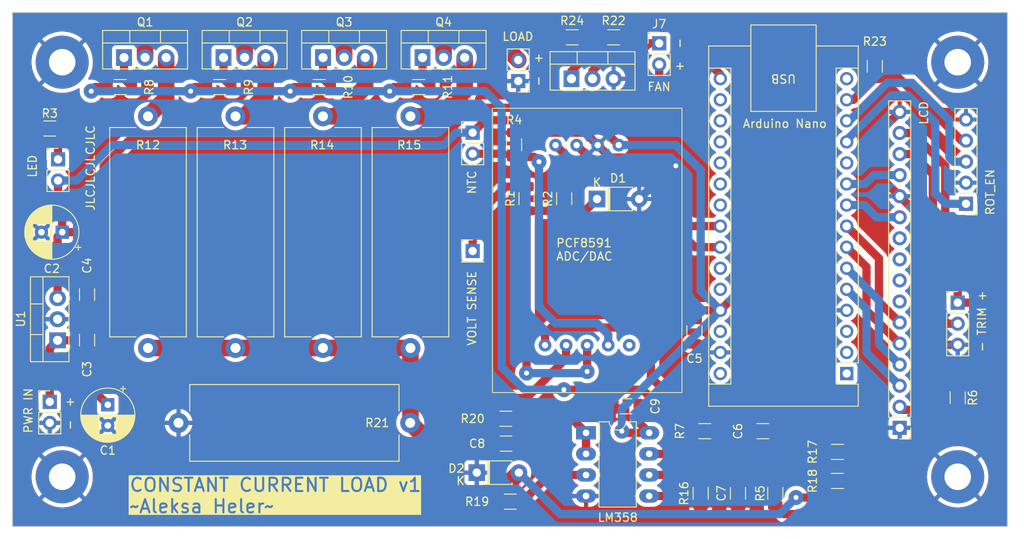
<source format=kicad_pcb>
(kicad_pcb (version 20221018) (generator pcbnew)
  (layers (0 "F.Cu" signal) (31 "B.Cu" signal) (34 "B.Paste" user) (35 "F.Paste" user) (36 "B.SilkS" user "B.Silkscreen") (37 "F.SilkS" user "F.Silkscreen") (38 "B.Mask" user) (39 "F.Mask" user) (44 "Edge.Cuts" user))
  (net 0 "")
  (net 4 "GND")
  (net 5 "Net-(A1-D2)")
  (net 6 "Net-(A1-D3)")
  (net 7 "Net-(A1-D4)")
  (net 8 "Net-(A1-D5)")
  (net 9 "Net-(A1-D6)")
  (net 10 "Net-(A1-D7)")
  (net 11 "fan_control")
  (net 12 "Net-(A1-D9)")
  (net 13 "Net-(A1-D10)")
  (net 14 "Net-(A1-MOSI)")
  (net 23 "Net-(A1-SDA{slash}A4)")
  (net 24 "Net-(A1-SCL{slash}A5)")
  (net 27 "+5V")
  (net 30 "curr_set")
  (net 31 "curr_sense")
  (net 32 "volt_sense")
  (net 33 "temp_sense")
  (net 35 "+12V")
  (net 36 "Net-(U2B-+)")
  (net 37 "Net-(D2-A)")
  (net 38 "Net-(J1-Pin_1)")
  (net 39 "Net-(J3-Pin_1)")
  (net 40 "Net-(J4-Pin_2)")
  (net 41 "Net-(J5-Pin_2)")
  (net 46 "Net-(J5-Pin_14)")
  (net 47 "Net-(J7-Pin_1)")
  (net 48 "Net-(Q1-G)")
  (net 49 "Net-(Q1-S)")
  (net 50 "Net-(Q2-G)")
  (net 51 "Net-(Q2-S)")
  (net 52 "Net-(Q3-G)")
  (net 53 "Net-(Q3-S)")
  (net 54 "Net-(Q4-G)")
  (net 55 "Net-(Q4-S)")
  (net 56 "Net-(Q5-G)")
  (net 57 "Net-(R10-Pad2)")
  (net 58 "Net-(U2B--)")
  (net 59 "Net-(U2A-+)")
  (net 60 "Net-(U2A--)")
  (net 61 "Net-(C6-Pad1)")
  (net 62 "Net-(C6-Pad2)")
  (footprint "Resistor_SMD:R_1206_3216Metric" (layer "F.Cu") (at 117.5 33)
    (fp_text reference "R24")
    (fp_text value "10k" hide)
  )
  (footprint "Connector_PinHeader_2.54mm:PinHeader_1x05_P2.54mm_Vertical" (layer "F.Cu") (at 165 53.075 180)
    (fp_text reference "J6" hide)
    (fp_text value "RotEnc_Conn" hide)
  )
  (footprint "Package_DIP:DIP-8_W7.62mm_LongPads" (layer "F.Cu") (at 119.175 80.7)
    (fp_text reference "U2" hide)
    (fp_text value "LM358" hide)
  )
  (footprint "Resistor_SMD:R_1206_3216Metric" (layer "F.Cu") (at 133.5 80.5 180)
    (fp_text reference "R7")
    (fp_text value "100R" hide)
  )
  (footprint "Capacitor_THT:CP_Radial_D6.3mm_P2.50mm" (layer "F.Cu") (at 56 56.5 180)
    (fp_text reference "C2")
    (fp_text value "100uF" hide)
  )
  (footprint "Resistor_THT:R_Axial_Power_L25.0mm_W9.0mm_P27.94mm" (layer "F.Cu") (at 87.45 42.53 -90)
    (fp_text reference "R14")
    (fp_text value "0.1R" hide)
  )
  (footprint "Resistor_SMD:R_1206_3216Metric" (layer "F.Cu") (at 149.5 83)
    (fp_text reference "R17")
    (fp_text value "1k" hide)
  )
  (footprint "Capacitor_SMD:C_1206_3216Metric" (layer "F.Cu") (at 132.25 68.5 -90)
    (fp_text reference "C5")
    (fp_text value "100nF" hide)
  )
  (footprint "Resistor_SMD:R_1206_3216Metric" (layer "F.Cu") (at 109.5 79)
    (fp_text reference "R20")
    (fp_text value "100R" hide)
  )
  (footprint "Resistor_SMD:R_1206_3216Metric" (layer "F.Cu") (at 63 39 180)
    (fp_text reference "R8")
    (fp_text value "100R" hide)
  )
  (footprint "Package_TO_SOT_THT:TO-220-3_Vertical" (layer "F.Cu") (at 87.46 35.445)
    (fp_text reference "Q3")
    (fp_text value "IRLZ44N" hide)
  )
  (footprint "Package_TO_SOT_THT:TO-220-3_Vertical" (layer "F.Cu") (at 99.46 35.445)
    (fp_text reference "Q4")
    (fp_text value "IRLZ44N" hide)
  )
  (footprint "Resistor_SMD:R_1206_3216Metric" (layer "F.Cu") (at 142 88 90)
    (fp_text reference "R5")
    (fp_text value "10k" hide)
  )
  (footprint "Resistor_THT:R_Axial_Power_L25.0mm_W9.0mm_P27.94mm" (layer "F.Cu") (at 66.35 42.53 -90)
    (fp_text reference "R12")
    (fp_text value "0.1R" hide)
  )
  (footprint "Resistor_SMD:R_1206_3216Metric" (layer "F.Cu") (at 149.5 86.5 180)
    (fp_text reference "R18")
    (fp_text value "10k" hide)
  )
  (footprint "Connector_PinHeader_2.54mm:PinHeader_1x16_P2.54mm_Vertical" (layer "F.Cu") (at 157 80.1 180)
    (fp_text reference "J5" hide)
    (fp_text value "16x2_LCD_Conn" hide)
  )
  (footprint "Resistor_THT:R_Axial_Power_L25.0mm_W9.0mm_P27.94mm" (layer "F.Cu") (at 97.97 79.5 180)
    (fp_text reference "R21")
    (fp_text value "0.1R" hide)
  )
  (footprint "Resistor_SMD:R_1206_3216Metric" (layer "F.Cu") (at 110.0375 89 180)
    (fp_text reference "R19")
    (fp_text value "10k" hide)
  )
  (footprint "Package_TO_SOT_THT:TO-220-3_Vertical" (layer "F.Cu") (at 117.42 38)
    (fp_text reference "Q5" hide)
    (fp_text value "IRLZ44N" hide)
  )
  (footprint "MountingHole:MountingHole_3.2mm_M3_Pad" (layer "F.Cu") (at 56 86)
    (fp_text reference "H3" hide)
    (fp_text value "MountingHole_Pad" hide)
  )
  (footprint "Connector_PinHeader_2.54mm:PinHeader_1x02_P2.54mm_Vertical" (layer "F.Cu") (at 111 38.275 180)
    (fp_text reference "J4" hide)
    (fp_text value "Load_Conn" hide)
  )
  (footprint "Connector_PinHeader_2.54mm:PinHeader_1x03_P2.54mm_Vertical" (layer "F.Cu") (at 164 65)
    (fp_text reference "RV1" hide)
    (fp_text value "10k" hide)
  )
  (footprint "Module:Arduino_Nano" (layer "F.Cu") (at 150.61 73.55 180)
    (fp_text reference "A1" hide)
    (fp_text value "Arduino_Nano" hide)
  )
  (footprint "Resistor_SMD:R_1206_3216Metric" (layer "F.Cu") (at 122.5 33 180)
    (fp_text reference "R22")
    (fp_text value "220R" hide)
  )
  (footprint "Resistor_SMD:R_1206_3216Metric" (layer "F.Cu") (at 54.5 44)
    (fp_text reference "R3")
    (fp_text value "220R" hide)
  )
  (footprint "Diode_THT:D_T-1_P5.08mm_Horizontal" (layer "F.Cu") (at 120.5 52.5)
    (fp_text reference "D1")
    (fp_text value "5V")
  )
  (footprint "Connector_PinHeader_2.54mm:PinHeader_1x01_P2.54mm_Vertical" (layer "F.Cu") (at 105.5 58.77)
    (fp_text reference "J1" hide)
    (fp_text value "VoltSense_Conn" hide)
  )
  (footprint "Connector_PinHeader_2.54mm:PinHeader_1x02_P2.54mm_Vertical" (layer "F.Cu") (at 54.5 76.96)
    (fp_text reference "J2" hide)
    (fp_text value "PowerInput_Conn" hide)
  )
  (footprint "MountingHole:MountingHole_3.2mm_M3_Pad" (layer "F.Cu") (at 164 86)
    (fp_text reference "H4" hide)
    (fp_text value "MountingHole_Pad" hide)
  )
  (footprint "Resistor_SMD:R_1206_3216Metric" (layer "F.Cu") (at 110.5 45.9625 90)
    (fp_text reference "R4")
    (fp_text value "10k" hide)
  )
  (footprint "Package_TO_SOT_THT:TO-220-3_Vertical" (layer "F.Cu") (at 55.445 69.54 90)
    (fp_text reference "U1")
    (fp_text value "LM7805_TO220" hide)
  )
  (footprint "Resistor_SMD:R_1206_3216Metric" (layer "F.Cu") (at 75 39 180)
    (fp_text reference "R9")
    (fp_text value "100R" hide)
  )
  (footprint "Connector_PinHeader_2.54mm:PinHeader_1x02_P2.54mm_Vertical" (layer "F.Cu") (at 128 33.725)
    (fp_text reference "J7")
    (fp_text value "Fan_Conn" hide)
  )
  (footprint "Capacitor_SMD:C_1206_3216Metric" (layer "F.Cu") (at 59 69.525 90)
    (fp_text reference "C3")
    (fp_text value "100nF" hide)
  )
  (footprint "Resistor_SMD:R_1206_3216Metric" (layer "F.Cu") (at 116.54 52.4625 -90)
    (fp_text reference "R2")
    (fp_text value "10k" hide)
  )
  (footprint "Connector_PinHeader_2.54mm:PinHeader_1x02_P2.54mm_Vertical" (layer "F.Cu") (at 55.5 47.725)
    (fp_text reference "J3" hide)
    (fp_text value "LED_Conn" hide)
  )
  (footprint "Capacitor_THT:CP_Radial_D6.3mm_P2.50mm" (layer "F.Cu") (at 61.5 77.317621 -90)
    (fp_text reference "C1")
    (fp_text value "100uF" hide)
  )
  (footprint "Resistor_SMD:R_1206_3216Metric" (layer "F.Cu") (at 133 88 90)
    (fp_text reference "R16")
    (fp_text value "1k" hide)
  )
  (footprint "Resistor_SMD:R_1206_3216Metric" (layer "F.Cu") (at 154 36.5 90)
    (fp_text reference "R23")
    (fp_text value "10k" hide)
  )
  (footprint "Capacitor_SMD:C_1206_3216Metric" (layer "F.Cu") (at 124 77.5 180)
    (fp_text reference "C9")
    (fp_text value "100nF" hide)
  )
  (footprint "Resistor_SMD:R_1206_3216Metric" (layer "F.Cu") (at 87 39 180)
    (fp_text reference "R10")
    (fp_text value "100R" hide)
  )
  (footprint "Package_TO_SOT_THT:TO-220-3_Vertical" (layer "F.Cu") (at 63.46 35.445)
    (fp_text reference "Q1")
    (fp_text value "IRLZ44N" hide)
  )
  (footprint "Package_TO_SOT_THT:TO-220-3_Vertical" (layer "F.Cu") (at 75.46 35.445)
    (fp_text reference "Q2")
    (fp_text value "IRLZ44N" hide)
  )
  (footprint "Resistor_SMD:R_1206_3216Metric" (layer "F.Cu") (at 164 76.4625 -90)
    (fp_text reference "R6")
    (fp_text value "470R" hide)
  )
  (footprint "Diode_THT:D_T-1_P5.08mm_Horizontal" (layer "F.Cu") (at 105.9975 85.5)
    (fp_text reference "D2")
    (fp_text value "D" hide)
  )
  (footprint "Resistor_THT:R_Axial_Power_L25.0mm_W9.0mm_P27.94mm" (layer "F.Cu") (at 98 42.53 -90)
    (fp_text reference "R15")
    (fp_text value "0.1R" hide)
  )
  (footprint "MyFootprintLibrary:ADC_DAC_Board" (layer "F.Cu") (at 119.31 58.7 90)
    (fp_text reference "A2" hide)
    (fp_text value "~" hide)
  )
  (footprint "Capacitor_SMD:C_1206_3216Metric" (layer "F.Cu") (at 59 64.025 -90)
    (fp_text reference "C4")
    (fp_text value "100nF" hide)
  )
  (footprint "MountingHole:MountingHole_3.2mm_M3_Pad" (layer "F.Cu") (at 164 36)
    (fp_text reference "H2" hide)
    (fp_text value "MountingHole_Pad" hide)
  )
  (footprint "Capacitor_SMD:C_1206_3216Metric" (layer "F.Cu") (at 140.5 80.5)
    (fp_text reference "C6")
    (fp_text value "1nF" hide)
  )
  (footprint "Resistor_THT:R_Axial_Power_L25.0mm_W9.0mm_P27.94mm" (layer "F.Cu") (at 76.9 42.53 -90)
    (fp_text reference "R13")
    (fp_text value "0.1R" hide)
  )
  (footprint "Resistor_SMD:R_1206_3216Metric" (layer "F.Cu") (at 112 52.4625 90)
    (fp_text reference "R1")
    (fp_text value "47k" hide)
  )
  (footprint "Connector_PinHeader_2.54mm:PinHeader_1x02_P2.54mm_Vertical" (layer "F.Cu") (at 105.5 44.5)
    (fp_text reference "TH1" hide)
    (fp_text value "10k_NTC" hide)
  )
  (footprint "MountingHole:MountingHole_3.2mm_M3_Pad" (layer "F.Cu") (at 56 36)
    (fp_text reference "H1" hide)
    (fp_text value "MountingHole_Pad" hide)
  )
  (footprint "Resistor_SMD:R_1206_3216Metric" (layer "F.Cu") (at 99 39 180)
    (fp_text reference "R11")
    (fp_text value "100R" hide)
  )
  (footprint "Capacitor_SMD:C_1206_3216Metric" (layer "F.Cu") (at 137.5 88 -90)
    (fp_text reference "C7")
    (fp_text value "100nF" hide)
  )
  (footprint "Capacitor_SMD:C_1206_3216Metric" (layer "F.Cu") (at 109.5375 82)
    (fp_text reference "C8")
    (fp_text value "100n" hide)
  )
  (gr_line (start 170 92) (end 50 92) (stroke (width 0.1)) (layer "Edge.Cuts"))
  (gr_line (start 50 30) (end 170 30) (stroke (width 0.1)) (layer "Edge.Cuts"))
  (gr_line (start 170 30) (end 170 92) (stroke (width 0.1)) (layer "Edge.Cuts"))
  (gr_line (start 50 92) (end 50 30) (stroke (width 0.1)) (layer "Edge.Cuts"))
  (gr_text "ROT_EN" (at 168.5 54.535 90) (layer "F.SilkS") (effects (font (size 1 1)) (justify left bottom)))
  (gr_text "LM358" (at 120.5 91.5) (layer "F.SilkS") (effects (font (size 1 1)) (justify left bottom)))
  (gr_text "LCD" (at 160.5 43.62 90) (layer "F.SilkS") (effects (font (size 1 1)) (justify left bottom)))
  (gr_text "-  +" (at 114 39 90) (layer "F.SilkS") (effects (font (size 1 1)) (justify left bottom)))
  (gr_text "VOLT SENSE" (at 106 70.27 90) (layer "F.SilkS") (effects (font (size 1 1)) (justify left bottom)))
  (gr_text "CONSTANT CURRENT LOAD v1\n~Aleksa Heler~" (at 64 90.5) (layer "F.SilkS" knockout) (effects (font (size 1.6 1.6) (thickness 0.25)) (justify left bottom)))
  (gr_text "-  +" (at 57.5 80.46 90) (layer "F.SilkS") (effects (font (size 1 1)) (justify left bottom)))
  (gr_text "- TRIM +" (at 167.5 71.04 90) (layer "F.SilkS") (effects (font (size 1 1)) (justify left bottom)))
  (gr_text "Arduino Nano" (at 138 44) (layer "F.SilkS") (effects (font (size 1 1)) (justify left bottom)))
  (gr_text "PCF8591\nADC/DAC" (at 115.5 60) (layer "F.SilkS") (effects (font (size 1 1)) (justify left bottom)))
  (gr_text "NTC" (at 106 52 90) (layer "F.SilkS") (effects (font (size 1 1)) (justify left bottom)))
  (gr_text "FAN" (at 126.5 39.555) (layer "F.SilkS") (effects (font (size 1 1)) (justify left bottom)))
  (gr_text "LOAD" (at 109 33.5) (layer "F.SilkS") (effects (font (size 1 1)) (justify left bottom)))
  (gr_text "-  +" (at 130 33 -90) (layer "F.SilkS") (effects (font (size 1 1)) (justify left bottom)))
  (gr_text "PWR IN" (at 52.5 80.83 90) (layer "F.SilkS") (effects (font (size 1 1)) (justify left bottom)))
  (gr_text "JLCJLCJLCJLC" (at 60 54 90) (layer "F.SilkS") (effects (font (size 1 1)) (justify left bottom)))
  (gr_text "LED" (at 53 50 90) (layer "F.SilkS") (effects (font (size 1 1)) (justify left bottom)))
  (segment (start 154.5 44.5) (end 154.5 49.66) (width 1) (layer "F.Cu") (net 4))
  (segment (start 120.58 46) (end 122.08 47.5) (width 1) (layer "F.Cu") (net 4))
  (segment (start 157 42) (end 154.5 44.5) (width 1) (layer "F.Cu") (net 4))
  (segment (start 157 52.16) (end 159.5 54.66) (width 1) (layer "F.Cu") (net 4))
  (segment (start 122.08 47.5) (end 129 47.5) (width 1) (layer "F.Cu") (net 4))
  (segment (start 110.5 44.5) (end 119.08 44.5) (width 1) (layer "F.Cu") (net 4))
  (segment (start 159.5 54.66) (end 159.5 67) (width 1) (layer "F.Cu") (net 4))
  (segment (start 159.5 67) (end 162.58 70.08) (width 1) (layer "F.Cu") (net 4))
  (segment (start 162.58 70.08) (end 164 70.08) (width 1) (layer "F.Cu") (net 4))
  (segment (start 154.5 49.66) (end 157 52.16) (width 1) (layer "F.Cu") (net 4))
  (segment (start 129 47.5) (end 130 48.5) (width 1) (layer "F.Cu") (net 4))
  (segment (start 119.08 44.5) (end 120.58 46) (width 1) (layer "F.Cu") (net 4))
  (via (at 130 48.5) (size 1.8) (drill 0.6) (layers "F.Cu" "B.Cu") (net 4))
  (segment (start 129.58 48.5) (end 125.58 52.5) (width 1) (layer "B.Cu") (net 4))
  (segment (start 130 48.5) (end 129.58 48.5) (width 1) (layer "B.Cu") (net 4))
  (segment (start 153 71.02) (end 153 65.78) (width 1) (layer "B.Cu") (net 5))
  (segment (start 153 65.78) (end 150.61 63.39) (width 1) (layer "B.Cu") (net 5))
  (segment (start 157 75.02) (end 153 71.02) (width 1) (layer "B.Cu") (net 5))
  (segment (start 157 72.48) (end 154.5 69.98) (width 1) (layer "B.Cu") (net 6))
  (segment (start 154.5 64.74) (end 150.61 60.85) (width 1) (layer "B.Cu") (net 6))
  (segment (start 154.5 69.98) (end 154.5 64.74) (width 1) (layer "B.Cu") (net 6))
  (segment (start 153 65.94) (end 153 60.7) (width 1) (layer "F.Cu") (net 7))
  (segment (start 157 69.94) (end 153 65.94) (width 1) (layer "F.Cu") (net 7))
  (segment (start 153 60.7) (end 150.61 58.31) (width 1) (layer "F.Cu") (net 7))
  (segment (start 154.5 64.9) (end 154.5 59.66) (width 1) (layer "F.Cu") (net 8))
  (segment (start 154.5 59.66) (end 150.61 55.77) (width 1) (layer "F.Cu") (net 8))
  (segment (start 157 67.4) (end 154.5 64.9) (width 1) (layer "F.Cu") (net 8))
  (segment (start 152.73 53.23) (end 150.61 53.23) (width 1) (layer "B.Cu") (net 9))
  (segment (start 157 54.7) (end 154.2 54.7) (width 1) (layer "B.Cu") (net 9))
  (segment (start 154.2 54.7) (end 152.73 53.23) (width 1) (layer "B.Cu") (net 9))
  (segment (start 157 49.62) (end 153.88 49.62) (width 1) (layer "B.Cu") (net 10))
  (segment (start 152.81 50.69) (end 150.61 50.69) (width 1) (layer "B.Cu") (net 10))
  (segment (start 153.88 49.62) (end 152.81 50.69) (width 1) (layer "B.Cu") (net 10))
  (segment (start 129.38 31.5) (end 135.37 37.49) (width 1) (layer "F.Cu") (net 11))
  (segment (start 125.4625 31.5) (end 129.38 31.5) (width 1) (layer "F.Cu") (net 11))
  (segment (start 123.9625 33) (end 125.4625 31.5) (width 1) (layer "F.Cu") (net 11))
  (segment (start 150.61 45.39) (end 150.61 45.61) (width 1) (layer "B.Cu") (net 12))
  (segment (start 165 53.075) (end 162.575 53.075) (width 1) (layer "B.Cu") (net 12))
  (segment (start 156 40) (end 150.61 45.39) (width 1) (layer "B.Cu") (net 12))
  (segment (start 161.3 51.8) (end 161.3 43.3) (width 1) (layer "B.Cu") (net 12))
  (segment (start 161.3 43.3) (end 158 40) (width 1) (layer "B.Cu") (net 12))
  (segment (start 162.575 53.075) (end 161.3 51.8) (width 1) (layer "B.Cu") (net 12))
  (segment (start 158 40) (end 156 40) (width 1) (layer "B.Cu") (net 12))
  (segment (start 165 47.995) (end 163.495 47.995) (width 1) (layer "B.Cu") (net 13))
  (segment (start 150.93 43.07) (end 150.61 43.07) (width 1) (layer "B.Cu") (net 13))
  (segment (start 158.5 38.5) (end 155.5 38.5) (width 1) (layer "B.Cu") (net 13))
  (segment (start 155.5 38.5) (end 150.93 43.07) (width 1) (layer "B.Cu") (net 13))
  (segment (start 163 47.5) (end 163 43) (width 1) (layer "B.Cu") (net 13))
  (segment (start 163 43) (end 158.5 38.5) (width 1) (layer "B.Cu") (net 13))
  (segment (start 163.495 47.995) (end 163 47.5) (width 1) (layer "B.Cu") (net 13))
  (segment (start 164.455 45.455) (end 156.9625 37.9625) (width 1) (layer "F.Cu") (net 14))
  (segment (start 150.61 40.53) (end 151.4325 40.53) (width 1) (layer "F.Cu") (net 14))
  (segment (start 165 45.455) (end 164.455 45.455) (width 1) (layer "F.Cu") (net 14))
  (segment (start 156.9625 37.9625) (end 154 37.9625) (width 1) (layer "F.Cu") (net 14))
  (segment (start 151.4325 40.53) (end 154 37.9625) (width 1) (layer "F.Cu") (net 14))
  (segment (start 131.77 55.77) (end 135.37 55.77) (width 1) (layer "F.Cu") (net 23))
  (segment (start 121.04 49) (end 127.598528 49) (width 1) (layer "F.Cu") (net 23))
  (segment (start 118.04 46) (end 121.04 49) (width 1) (layer "F.Cu") (net 23))
  (segment (start 129.5 53.5) (end 131.77 55.77) (width 1) (layer "F.Cu") (net 23))
  (segment (start 129.5 50.901472) (end 129.5 53.5) (width 1) (layer "F.Cu") (net 23))
  (segment (start 127.598528 49) (end 129.5 50.901472) (width 1) (layer "F.Cu") (net 23))
  (segment (start 120 50.5) (end 127 50.5) (width 1) (layer "F.Cu") (net 24))
  (segment (start 115.5 46) (end 120 50.5) (width 1) (layer "F.Cu") (net 24))
  (segment (start 128 54) (end 132.31 58.31) (width 1) (layer "F.Cu") (net 24))
  (segment (start 127 50.5) (end 128 51.5) (width 1) (layer "F.Cu") (net 24))
  (segment (start 132.31 58.31) (end 135.37 58.31) (width 1) (layer "F.Cu") (net 24))
  (segment (start 128 51.5) (end 128 54) (width 1) (layer "F.Cu") (net 24))
  (segment (start 158.54 44.54) (end 162.5 48.5) (width 1) (layer "F.Cu") (net 27))
  (segment (start 162.5 56.5) (end 164 58) (width 1) (layer "F.Cu") (net 27))
  (segment (start 126.795 80.7) (end 123.7 80.7) (width 1) (layer "F.Cu") (net 27))
  (segment (start 132.25 66.75) (end 133.07 65.93) (width 1) (layer "F.Cu") (net 27))
  (segment (start 55.445 64.46) (end 55.445 57.055) (width 1) (layer "F.Cu") (net 27))
  (segment (start 125.475 77.5) (end 125.475 79.38) (width 1) (layer "F.Cu") (net 27))
  (segment (start 154 35.0375) (end 140.9625 35.0375) (width 1) (layer "F.Cu") (net 27))
  (segment (start 138 38) (end 138 63.3) (width 1) (layer "F.Cu") (net 27))
  (segment (start 165.5 40.5) (end 167.5 42.5) (width 1) (layer "F.Cu") (net 27))
  (segment (start 166.5 65) (end 164 65) (width 1) (layer "F.Cu") (net 27))
  (segment (start 167 65.5) (end 166.5 65) (width 1) (layer "F.Cu") (net 27))
  (segment (start 157 44.54) (end 158.54 44.54) (width 1) (layer "F.Cu") (net 27))
  (segment (start 59 57.5) (end 58 56.5) (width 1) (layer "F.Cu") (net 27))
  (segment (start 140.9625 35.0375) (end 138 38) (width 1) (layer "F.Cu") (net 27))
  (segment (start 55.5 50.265) (end 55.5 53.5) (width 1) (layer "F.Cu") (net 27))
  (segment (start 107 43) (end 120.12 43) (width 1) (layer "F.Cu") (net 27))
  (segment (start 162.5 48.5) (end 162.5 56.5) (width 1) (layer "F.Cu") (net 27))
  (segment (start 133.07 65.93) (end 135.37 65.93) (width 1) (layer "F.Cu") (net 27))
  (segment (start 164 75) (end 167 72) (width 1) (layer "F.Cu") (net 27))
  (segment (start 167 72) (end 167 65.5) (width 1) (layer "F.Cu") (net 27))
  (segment (start 55.5 53.5) (end 56 54) (width 1) (layer "F.Cu") (net 27))
  (segment (start 138 63.3) (end 135.37 65.93) (width 1) (layer "F.Cu") (net 27))
  (segment (start 123.7 80.7) (end 123.5 80.5) (width 1) (layer "F.Cu") (net 27))
  (segment (start 55.445 57.055) (end 56 56.5) (width 1) (layer "F.Cu") (net 27))
  (segment (start 125.475 79.38) (end 126.795 80.7) (width 1) (layer "F.Cu") (net 27))
  (segment (start 157.0375 35.0375) (end 162.5 40.5) (width 1) (layer "F.Cu") (net 27))
  (segment (start 162.5 40.5) (end 165.5 40.5) (width 1) (layer "F.Cu") (net 27))
  (segment (start 105.5 44.5) (end 107 43) (width 1) (layer "F.Cu") (net 27))
  (segment (start 167.5 42.5) (end 167.5 54.5) (width 1) (layer "F.Cu") (net 27))
  (segment (start 132.25 67.025) (end 132.25 66.75) (width 1) (layer "F.Cu") (net 27))
  (segment (start 164 58) (end 164 65) (width 1) (layer "F.Cu") (net 27))
  (segment (start 120.12 43) (end 123.12 46) (width 1) (layer "F.Cu") (net 27))
  (segment (start 59 62.55) (end 59 57.5) (width 1) (layer "F.Cu") (net 27))
  (segment (start 167.5 54.5) (end 164 58) (width 1) (layer "F.Cu") (net 27))
  (segment (start 154 35.0375) (end 157.0375 35.0375) (width 1) (layer "F.Cu") (net 27))
  (segment (start 56 54) (end 56 56.5) (width 1) (layer "F.Cu") (net 27))
  (segment (start 58 56.5) (end 56 56.5) (width 1) (layer "F.Cu") (net 27))
  (via (at 123.5 80.5) (size 1.8) (drill 0.6) (layers "F.Cu" "B.Cu") (net 27))
  (segment (start 62 46) (end 57.735 50.265) (width 1) (layer "B.Cu") (net 27))
  (segment (start 57.735 50.265) (end 55.5 50.265) (width 1) (layer "B.Cu") (net 27))
  (segment (start 123.5 80.5) (end 123.5 77.8) (width 1) (layer "B.Cu") (net 27))
  (segment (start 133 49) (end 130 46) (width 1) (layer "B.Cu") (net 27))
  (segment (start 105.5 44.5) (end 103.5 44.5) (width 1) (layer "B.Cu") (net 27))
  (segment (start 130 46) (end 123.12 46) (width 1) (layer "B.Cu") (net 27))
  (segment (start 102 46) (end 62 46) (width 1) (layer "B.Cu") (net 27))
  (segment (start 123.5 77.8) (end 135.37 65.93) (width 1) (layer "B.Cu") (net 27))
  (segment (start 133 63.56) (end 133 49) (width 1) (layer "B.Cu") (net 27))
  (segment (start 103.5 44.5) (end 102 46) (width 1) (layer "B.Cu") (net 27))
  (segment (start 135.37 65.93) (end 133 63.56) (width 1) (layer "B.Cu") (net 27))
  (segment (start 127 74) (end 131.5 78.5) (width 1) (layer "F.Cu") (net 30))
  (segment (start 153 87.5) (end 150 90.5) (width 1) (layer "F.Cu") (net 30))
  (segment (start 115 68) (end 125.5 68) (width 1) (layer "F.Cu") (net 30))
  (segment (start 131.5 78.5) (end 149.598528 78.5) (width 1) (layer "F.Cu") (net 30))
  (segment (start 149.598528 78.5) (end 153 81.901472) (width 1) (layer "F.Cu") (net 30))
  (segment (start 153 81.901472) (end 153 87.5) (width 1) (layer "F.Cu") (net 30))
  (segment (start 150 90.5) (end 143.0375 90.5) (width 1) (layer "F.Cu") (net 30))
  (segment (start 125.5 68) (end 127 69.5) (width 1) (layer "F.Cu") (net 30))
  (segment (start 143.0375 90.5) (end 142 89.4625) (width 1) (layer "F.Cu") (net 30))
  (segment (start 114.23 70.13) (end 114.23 68.77) (width 1) (layer "F.Cu") (net 30))
  (segment (start 114.23 68.77) (end 115 68) (width 1) (layer "F.Cu") (net 30))
  (segment (start 127 69.5) (end 127 74) (width 1) (layer "F.Cu") (net 30))
  (segment (start 108.0375 81.975) (end 108.0625 82) (width 1) (layer "F.Cu") (net 31))
  (segment (start 116.77 70.13) (end 116.77 71.73) (width 1) (layer "F.Cu") (net 31))
  (segment (start 109.5 76.5) (end 108.0375 77.9625) (width 1) (layer "F.Cu") (net 31))
  (segment (start 116.77 71.73) (end 112 76.5) (width 1) (layer "F.Cu") (net 31))
  (segment (start 112 76.5) (end 109.5 76.5) (width 1) (layer "F.Cu") (net 31))
  (segment (start 108.0375 77.9625) (end 108.0375 79) (width 1) (layer "F.Cu") (net 31))
  (segment (start 108.0375 79) (end 108.0375 81.975) (width 1) (layer "F.Cu") (net 31))
  (segment (start 112 53.925) (end 116.54 53.925) (width 1) (layer "F.Cu") (net 32))
  (segment (start 119.31 73.31) (end 119.31 70.13) (width 1) (layer "F.Cu") (net 32))
  (segment (start 112 53.925) (end 112 73.5) (width 1) (layer "F.Cu") (net 32))
  (segment (start 119.075 53.925) (end 116.54 53.925) (width 1) (layer "F.Cu") (net 32))
  (segment (start 120.5 52.5) (end 119.075 53.925) (width 1) (layer "F.Cu") (net 32))
  (via (at 112 73.5) (size 1.8) (drill 0.6) (layers "F.Cu" "B.Cu") (net 32))
  (via (at 119.31 73.31) (size 1.8) (drill 0.6) (layers "F.Cu" "B.Cu") (net 32))
  (segment (start 119.12 73.5) (end 112 73.5) (width 1) (layer "B.Cu") (net 32))
  (segment (start 119.31 73.31) (end 119.12 73.5) (width 1) (layer "B.Cu") (net 32))
  (segment (start 110.5 47.425) (end 112.925 47.425) (width 1) (layer "F.Cu") (net 33))
  (segment (start 105.5 47.04) (end 110.115 47.04) (width 1) (layer "F.Cu") (net 33))
  (segment (start 110.115 47.04) (end 110.5 47.425) (width 1) (layer "F.Cu") (net 33))
  (segment (start 112.925 47.425) (end 113.5 48) (width 1) (layer "F.Cu") (net 33))
  (via (at 113.5 48) (size 1.8) (drill 0.6) (layers "F.Cu" "B.Cu") (net 33))
  (segment (start 121.85 68.85) (end 121.85 70.13) (width 1) (layer "B.Cu") (net 33))
  (segment (start 113.5 65.5) (end 115.5 67.5) (width 1) (layer "B.Cu") (net 33))
  (segment (start 120.5 67.5) (end 121.85 68.85) (width 1) (layer "B.Cu") (net 33))
  (segment (start 113.5 48) (end 113.5 65.5) (width 1) (layer "B.Cu") (net 33))
  (segment (start 115.5 67.5) (end 120.5 67.5) (width 1) (layer "B.Cu") (net 33))
  (segment (start 59 71) (end 59 74.817621) (width 1) (layer "F.Cu") (net 35))
  (segment (start 55.445 69.54) (end 57.54 69.54) (width 1) (layer "F.Cu") (net 35))
  (segment (start 105.5 41.5) (end 101.5 45.5) (width 1) (layer "F.Cu") (net 35))
  (segment (start 59 74.817621) (end 61.5 77.317621) (width 1) (layer "F.Cu") (net 35))
  (segment (start 54.5 70.485) (end 55.445 69.54) (width 1) (layer "F.Cu") (net 35))
  (segment (start 125.5 41.5) (end 105.5 41.5) (width 1) (layer "F.Cu") (net 35))
  (segment (start 57.54 69.54) (end 59 71) (width 1) (layer "F.Cu") (net 35))
  (segment (start 128 36.265) (end 128 39) (width 1) (layer "F.Cu") (net 35))
  (segment (start 101.5 45.5) (end 64 45.5) (width 1) (layer "F.Cu") (net 35))
  (segment (start 128 39) (end 125.5 41.5) (width 1) (layer "F.Cu") (net 35))
  (segment (start 64 45.5) (end 61 48.5) (width 1) (layer "F.Cu") (net 35))
  (segment (start 54.5 76.96) (end 54.5 70.485) (width 1) (layer "F.Cu") (net 35))
  (segment (start 61 69) (end 59 71) (width 1) (layer "F.Cu") (net 35))
  (segment (start 61 48.5) (end 61 69) (width 1) (layer "F.Cu") (net 35))
  (segment (start 128.68 88.32) (end 130.4625 86.5375) (width 1) (layer "F.Cu") (net 36))
  (segment (start 137.5 86.525) (end 133.0125 86.525) (width 1) (layer "F.Cu") (net 36))
  (segment (start 126.795 88.32) (end 128.68 88.32) (width 1) (layer "F.Cu") (net 36))
  (segment (start 142 86.5375) (end 137.5125 86.5375) (width 1) (layer "F.Cu") (net 36))
  (segment (start 130.4625 86.5375) (end 133 86.5375) (width 1) (layer "F.Cu") (net 36))
  (segment (start 133.0125 86.525) (end 133 86.5375) (width 1) (layer "F.Cu") (net 36))
  (segment (start 137.5125 86.5375) (end 137.5 86.525) (width 1) (layer "F.Cu") (net 36))
  (segment (start 101.5 86.5) (end 104 89) (width 2) (layer "F.Cu") (net 37))
  (segment (start 150.9625 86.5) (end 148.9625 88.5) (width 1) (layer "F.Cu") (net 37))
  (segment (start 98 70.47) (end 87.45 70.47) (width 2) (layer "F.Cu") (net 37))
  (segment (start 104 89) (end 108.575 89) (width 2) (layer "F.Cu") (net 37))
  (segment (start 98 79.47) (end 97.97 79.5) (width 2) (layer "F.Cu") (net 37))
  (segment (start 148.9625 88.5) (end 144.5 88.5) (width 1) (layer "F.Cu") (net 37))
  (segment (start 108.575 88.0025) (end 111.0775 85.5) (width 2) (layer "F.Cu") (net 37))
  (segment (start 101.5 83.03) (end 101.5 86.5) (width 2) (layer "F.Cu") (net 37))
  (segment (start 66.35 70.47) (end 76.9 70.47) (width 2) (layer "F.Cu") (net 37))
  (segment (start 97.97 79.5) (end 101.5 83.03) (width 2) (layer "F.Cu") (net 37))
  (segment (start 108.575 89) (end 108.575 88.0025) (width 2) (layer "F.Cu") (net 37))
  (segment (start 87.45 70.47) (end 76.9 70.47) (width 2) (layer "F.Cu") (net 37))
  (segment (start 98 70.47) (end 98 79.47) (width 2) (layer "F.Cu") (net 37))
  (via (at 144.5 88.5) (size 1.8) (drill 0.6) (layers "F.Cu" "B.Cu") (net 37))
  (segment (start 116.0775 90.5) (end 111.0775 85.5) (width 1) (layer "B.Cu") (net 37))
  (segment (start 142.5 90.5) (end 116.0775 90.5) (width 1) (layer "B.Cu") (net 37))
  (segment (start 144.5 88.5) (end 142.5 90.5) (width 1) (layer "B.Cu") (net 37))
  (segment (start 109.5 51) (end 112 51) (width 1) (layer "F.Cu") (net 38))
  (segment (start 105.5 55) (end 109.5 51) (width 1) (layer "F.Cu") (net 38))
  (segment (start 105.5 58.77) (end 105.5 55) (width 1) (layer "F.Cu") (net 38))
  (segment (start 55.5 44.4625) (end 55.9625 44) (width 1) (layer "F.Cu") (net 39))
  (segment (start 55.5 47.725) (end 55.5 44.4625) (width 1) (layer "F.Cu") (net 39))
  (segment (start 78.5 32.5) (end 90 32.5) (width 2) (layer "F.Cu") (net 40))
  (segment (start 101.5 32.5) (end 107.765 32.5) (width 2) (layer "F.Cu") (net 40))
  (segment (start 67 32.5) (end 78.5 32.5) (width 2) (layer "F.Cu") (net 40))
  (segment (start 107.765 32.5) (end 111 35.735) (width 2) (layer "F.Cu") (net 40))
  (segment (start 66 35.445) (end 66 33.5) (width 2) (layer "F.Cu") (net 40))
  (segment (start 66 33.5) (end 67 32.5) (width 2) (layer "F.Cu") (net 40))
  (segment (start 90 32.5) (end 101.5 32.5) (width 2) (layer "F.Cu") (net 40))
  (segment (start 102 33) (end 102 35.445) (width 2) (layer "F.Cu") (net 40))
  (segment (start 78 33) (end 78.5 32.5) (width 2) (layer "F.Cu") (net 40))
  (segment (start 90 35.445) (end 90 32.5) (width 2) (layer "F.Cu") (net 40))
  (segment (start 78 35.445) (end 78 33) (width 2) (layer "F.Cu") (net 40))
  (segment (start 101.5 32.5) (end 102 33) (width 2) (layer "F.Cu") (net 40))
  (segment (start 164 77.925) (end 157.365 77.925) (width 1) (layer "F.Cu") (net 41))
  (segment (start 157.365 77.925) (end 157 77.56) (width 1) (layer "F.Cu") (net 41))
  (segment (start 158.58 47.08) (end 157 47.08) (width 1) (layer "F.Cu") (net 46))
  (segment (start 161 49.5) (end 158.58 47.08) (width 1) (layer "F.Cu") (net 46))
  (segment (start 162.797919 67.54) (end 161 65.742081) (width 1) (layer "F.Cu") (net 46))
  (segment (start 161 65.742081) (end 161 49.5) (width 1) (layer "F.Cu") (net 46))
  (segment (start 164 67.54) (end 162.797919 67.54) (width 1) (layer "F.Cu") (net 46))
  (segment (start 119.96 38.445) (end 119.96 37.04) (width 1) (layer "F.Cu") (net 47))
  (segment (start 121 36) (end 124.5 36) (width 1) (layer "F.Cu") (net 47))
  (segment (start 124.5 36) (end 126.775 33.725) (width 1) (layer "F.Cu") (net 47))
  (segment (start 126.775 33.725) (end 128 33.725) (width 1) (layer "F.Cu") (net 47))
  (segment (start 119.96 37.04) (end 121 36) (width 1) (layer "F.Cu") (net 47))
  (segment (start 63.46 35.445) (end 63.46 37.9975) (width 1) (layer "F.Cu") (net 48))
  (segment (start 63.46 37.9975) (end 64.4625 39) (width 1) (layer "F.Cu") (net 48))
  (segment (start 68.54 35.445) (end 68.54 40.34) (width 2) (layer "F.Cu") (net 49))
  (segment (start 68.54 40.34) (end 66.35 42.53) (width 2) (layer "F.Cu") (net 49))
  (segment (start 75.46 37.9975) (end 76.4625 39) (width 1) (layer "F.Cu") (net 50))
  (segment (start 75.46 35.445) (end 75.46 37.9975) (width 1) (layer "F.Cu") (net 50))
  (segment (start 77.97 42.53) (end 76.9 42.53) (width 2) (layer "F.Cu") (net 51))
  (segment (start 80.54 39.96) (end 77.97 42.53) (width 2) (layer "F.Cu") (net 51))
  (segment (start 80.54 35.445) (end 80.54 39.96) (width 2) (layer "F.Cu") (net 51))
  (segment (start 87.46 35.445) (end 87.46 37.9975) (width 1) (layer "F.Cu") (net 52))
  (segment (start 87.46 37.9975) (end 88.4625 39) (width 1) (layer "F.Cu") (net 52))
  (segment (start 92.54 38.96) (end 88.97 42.53) (width 2) (layer "F.Cu") (net 53))
  (segment (start 88.97 42.53) (end 87.45 42.53) (width 2) (layer "F.Cu") (net 53))
  (segment (start 92.54 35.445) (end 92.54 38.96) (width 2) (layer "F.Cu") (net 53))
  (segment (start 99.46 35.445) (end 99.46 37.9975) (width 1) (layer "F.Cu") (net 54))
  (segment (start 99.46 37.9975) (end 100.4625 39) (width 1) (layer "F.Cu") (net 54))
  (segment (start 101.47 42.53) (end 98 42.53) (width 2) (layer "F.Cu") (net 55))
  (segment (start 104.54 35.445) (end 104.54 39.46) (width 2) (layer "F.Cu") (net 55))
  (segment (start 104.54 39.46) (end 101.47 42.53) (width 2) (layer "F.Cu") (net 55))
  (segment (start 121.0375 33) (end 118.9625 33) (width 1) (layer "F.Cu") (net 56))
  (segment (start 119 35.5) (end 117.42 37.08) (width 1) (layer "F.Cu") (net 56))
  (segment (start 117.42 37.08) (end 117.42 38.445) (width 1) (layer "F.Cu") (net 56))
  (segment (start 118.9625 33) (end 119 33.0375) (width 1) (layer "F.Cu") (net 56))
  (segment (start 119 33.0375) (end 119 35.5) (width 1) (layer "F.Cu") (net 56))
  (segment (start 71.5 39.5) (end 72 39) (width 1) (layer "F.Cu") (net 57))
  (segment (start 131 80.5) (end 126 75.5) (width 1) (layer "F.Cu") (net 57))
  (segment (start 97.5375 39) (end 96 39) (width 1) (layer "F.Cu") (net 57))
  (segment (start 132.0375 80.5) (end 131 80.5) (width 1) (layer "F.Cu") (net 57))
  (segment (start 84 39) (end 83.5 39.5) (width 1) (layer "F.Cu") (net 57))
  (segment (start 96 39) (end 95.5 39.5) (width 1) (layer "F.Cu") (net 57))
  (segment (start 59.5 39.5) (end 60 39) (width 1) (layer "F.Cu") (net 57))
  (segment (start 126 75.5) (end 116.5 75.5) (width 1) (layer "F.Cu") (net 57))
  (segment (start 85.5375 39) (end 84 39) (width 1) (layer "F.Cu") (net 57))
  (segment (start 60 39) (end 61.5375 39) (width 1) (layer "F.Cu") (net 57))
  (segment (start 72 39) (end 73.5375 39) (width 1) (layer "F.Cu") (net 57))
  (via (at 83.5 39.5) (size 1.8) (drill 0.6) (layers "F.Cu" "B.Cu") (net 57))
  (via (at 71.5 39.5) (size 1.8) (drill 0.6) (layers "F.Cu" "B.Cu") (net 57))
  (via (at 116.5 75.5) (size 1.8) (drill 0.6) (layers "F.Cu" "B.Cu") (net 57))
  (via (at 59.5 39.5) (size 1.8) (drill 0.6) (layers "F.Cu" "B.Cu") (net 57))
  (via (at 95.5 39.5) (size 1.8) (drill 0.6) (layers "F.Cu" "B.Cu") (net 57))
  (segment (start 111.737258 75.5) (end 109 72.762742) (width 1) (layer "B.Cu") (net 57))
  (segment (start 95.5 39.5) (end 83.5 39.5) (width 1) (layer "B.Cu") (net 57))
  (segment (start 116.5 75.5) (end 111.737258 75.5) (width 1) (layer "B.Cu") (net 57))
  (segment (start 83.5 39.5) (end 71.5 39.5) (width 1) (layer "B.Cu") (net 57))
  (segment (start 107 39.5) (end 95.5 39.5) (width 1) (layer "B.Cu") (net 57))
  (segment (start 59.5 39.5) (end 71.5 39.5) (width 1) (layer "B.Cu") (net 57))
  (segment (start 109 72.762742) (end 109 41.5) (width 1) (layer "B.Cu") (net 57))
  (segment (start 109 41.5) (end 107 39.5) (width 1) (layer "B.Cu") (net 57))
  (segment (start 126.795 85.78) (end 128.72 85.78) (width 1) (layer "F.Cu") (net 58))
  (segment (start 143.5 84.5) (end 146 87) (width 1) (layer "F.Cu") (net 58))
  (segment (start 130 84.5) (end 143.5 84.5) (width 1) (layer "F.Cu") (net 58))
  (segment (start 148 83) (end 148 87) (width 1) (layer "F.Cu") (net 58))
  (segment (start 146 87) (end 148 87) (width 1) (layer "F.Cu") (net 58))
  (segment (start 128.72 85.78) (end 130 84.5) (width 1) (layer "F.Cu") (net 58))
  (segment (start 114.72 85.78) (end 119.175 85.78) (width 1) (layer "F.Cu") (net 59))
  (segment (start 111.5 89) (end 114.72 85.78) (width 1) (layer "F.Cu") (net 59))
  (segment (start 119.175 83.24) (end 119.175 80.7) (width 1) (layer "F.Cu") (net 60))
  (segment (start 117.475 79) (end 119.175 80.7) (width 1) (layer "F.Cu") (net 60))
  (segment (start 110.9625 79) (end 117.475 79) (width 1) (layer "F.Cu") (net 60))
  (segment (start 129.5 82.5) (end 128.76 83.24) (width 1) (layer "F.Cu") (net 61))
  (segment (start 134.9625 80.5) (end 132.9625 82.5) (width 1) (layer "F.Cu") (net 61))
  (segment (start 132.9625 82.5) (end 129.5 82.5) (width 1) (layer "F.Cu") (net 61))
  (segment (start 139.025 80.5) (end 134.9625 80.5) (width 1) (layer "F.Cu") (net 61))
  (segment (start 128.76 83.24) (end 126.795 83.24) (width 1) (layer "F.Cu") (net 61))
  (segment (start 150 81) (end 142.475 81) (width 1) (layer "F.Cu") (net 62))
  (segment (start 150.9625 83) (end 150.9625 81.9625) (width 1) (layer "F.Cu") (net 62))
  (segment (start 150.9625 81.9625) (end 150 81) (width 1) (layer "F.Cu") (net 62))
  (segment (start 142.475 81) (end 141.975 80.5) (width 1) (layer "F.Cu") (net 62))
  (zone (net 4) (net_name "GND") (layers "F&B.Cu") (connect_pads (clearance 0.5)) (min_thickness 0.25) (fill yes (thermal_gap 0.5) (thermal_bridge_width 0.5))
    (polygon (pts (xy 48.5 29) (xy 48.5 93.5) (xy 171.5 93.5) (xy 172 28.5)))
  )
)
</source>
